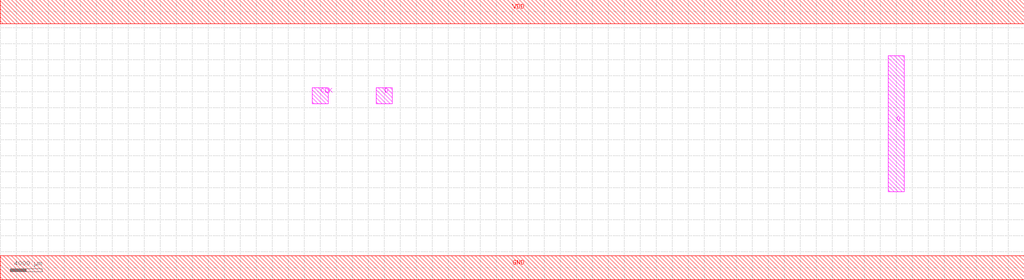
<source format=lef>
# LEF file generated by lefgen from LibreSilicon version 0.1
#

VERSION 5.4 ;
NAMESCASESENSITIVE ON ;
BUSBITCHARS "[]" ;
DIVIDERCHAR "/" ;
UNITS
  DATABASE MICRONS 1000 ;
END UNITS

USEMINSPACING OBS ON ;
USEMINSPACING PIN OFF ;
CLEARANCEMEASURE EUCLIDEAN ;


MANUFACTURINGGRID 0.15 ;

LAYER nwell
  TYPE	MASTERSLICE ;
END nwell

LAYER nactive
  TYPE	MASTERSLICE ;
END nactive

LAYER pactive
  TYPE	MASTERSLICE ;
END pactive

LAYER poly
  TYPE	MASTERSLICE ;
END poly

LAYER cc
  TYPE	CUT ;
  SPACING	0.9 ;
END cc

LAYER metal1
  TYPE		ROUTING ;
  DIRECTION	HORIZONTAL ;
  PITCH		3  ;
  OFFSET	1.5 ;
  WIDTH		0.9 ;
  SPACING	0.9 ;
  RESISTANCE	RPERSQ 0.09 ;
  CAPACITANCE	CPERSQDIST 3.2e-05 ;
END metal1

LAYER via
  TYPE	CUT ;
  SPACING	0.9 ;
END via

LAYER metal2
  TYPE		ROUTING ;
  DIRECTION	VERTICAL ;
  PITCH		2.4  ;
  OFFSET	1.2 ;
  WIDTH		0.9 ;
  SPACING	0.9 ;
  RESISTANCE	RPERSQ 0.09 ;
  CAPACITANCE	CPERSQDIST 1.6e-05 ;
END metal2

LAYER via2
  TYPE	CUT ;
  SPACING	0.9 ;
END via2

LAYER metal3
  TYPE		ROUTING ;
  DIRECTION	HORIZONTAL ;
  PITCH		3  ;
  OFFSET	1.5 ;
  WIDTH		1.5 ;
  SPACING	0.9 ;
  RESISTANCE	RPERSQ 0.05 ;
  CAPACITANCE	CPERSQDIST 1e-05 ;
END metal3

SPACING
  SAMENET cc  via	0.150 ;
  SAMENET via  via2	0.150 ;
END SPACING

VIA M2_M1 DEFAULT
  LAYER metal1 ;
    RECT -0.600 -0.600 0.600 0.600 ;
  LAYER via ;
    RECT -0.300 -0.300 0.300 0.300 ;
  LAYER metal2 ;
    RECT -0.600 -0.600 0.600 0.600 ;
END M2_M1

VIA M3_M2 DEFAULT
  LAYER metal2 ;
    RECT -0.600 -0.600 0.600 0.600 ;
  LAYER via2 ;
    RECT -0.300 -0.300 0.300 0.300 ;
  LAYER metal3 ;
    RECT -0.900 -0.900 0.900 0.900 ;
END M3_M2


VIARULE viagen21 GENERATE
  LAYER metal1 ;
    DIRECTION HORIZONTAL ;
    WIDTH 1.2 TO 120 ;
    OVERHANG 0.3 ;
    METALOVERHANG 0 ;
  LAYER metal2 ;
    DIRECTION VERTICAL ;
    WIDTH 1.2 TO 120 ;
    OVERHANG 0.3 ;
    METALOVERHANG 0 ;
  LAYER via ;
    RECT -0.3 -0.3 0.3 0.3 ;
    SPACING 1.5 BY 1.5 ;
END viagen21

VIARULE viagen32 GENERATE
  LAYER metal3 ;
    DIRECTION HORIZONTAL ;
    WIDTH 1.8 TO 180 ;
    OVERHANG 0.6 ;
    METALOVERHANG 0 ;
  LAYER metal2 ;
    DIRECTION VERTICAL ;
    WIDTH 1.2 TO 120 ;
    OVERHANG 0.6 ;
    METALOVERHANG 0 ;
  LAYER via2 ;
    RECT -0.3 -0.3 0.3 0.3 ;
    SPACING 2.1 BY 2.1 ;
END viagen32

VIARULE TURN1 GENERATE
  LAYER metal1 ;
    DIRECTION HORIZONTAL ;
  LAYER metal1 ;
    DIRECTION VERTICAL ;
END TURN1

VIARULE TURN2 GENERATE
  LAYER metal2 ;
    DIRECTION HORIZONTAL ;
  LAYER metal2 ;
    DIRECTION VERTICAL ;
END TURN2

VIARULE TURN3 GENERATE
  LAYER metal3 ;
    DIRECTION HORIZONTAL ;
  LAYER metal3 ;
    DIRECTION VERTICAL ;
END TURN3

SITE  corner
    CLASS	PAD ;
    SYMMETRY	R90 Y ;
    SIZE	300.000 BY 300.000 ;
END  corner

SITE  IO
    CLASS	PAD ;
    SYMMETRY	Y ;
    SIZE	90.000 BY 300.000 ;
END  IO

SITE  core
    CLASS	CORE ;
    SYMMETRY	Y ;
    SIZE	2.400 BY 30.000 ;
END  core

MACRO AND2X1
 CLASS CORE ;
 ORIGIN 0 0 ;
 FOREIGN AND2X1 0 0 ;
 SITE CORE ;
 SYMMETRY X Y R90 ;
  PIN VDD
   DIRECTION INOUT ;
   USE SIGNAL ;
   SHAPE ABUTMENT ;
    PORT
     CLASS CORE ;
       LAYER metal1 ;
        RECT 0.00000000 30500.00000000 32000.00000000 33500.00000000 ;
    END
  END VDD

  PIN GND
   DIRECTION INOUT ;
   USE SIGNAL ;
   SHAPE ABUTMENT ;
    PORT
     CLASS CORE ;
       LAYER metal1 ;
        RECT 0.00000000 -1500.00000000 32000.00000000 1500.00000000 ;
    END
  END GND

  PIN A
   DIRECTION INOUT ;
   USE SIGNAL ;
   SHAPE ABUTMENT ;
    PORT
     CLASS CORE ;
       LAYER metal2 ;
        RECT 7000.00000000 9500.00000000 9000.00000000 11500.00000000 ;
    END
  END A

  PIN B
   DIRECTION INOUT ;
   USE SIGNAL ;
   SHAPE ABUTMENT ;
    PORT
     CLASS CORE ;
       LAYER metal2 ;
        RECT 15000.00000000 9500.00000000 17000.00000000 11500.00000000 ;
    END
  END B

  PIN Y
   DIRECTION INOUT ;
   USE SIGNAL ;
   SHAPE ABUTMENT ;
    PORT
     CLASS CORE ;
       LAYER metal2 ;
        RECT 27000.00000000 8500.00000000 29000.00000000 10500.00000000 ;
    END
  END Y


END AND2X1

MACRO AND2X2
 CLASS CORE ;
 ORIGIN 0 0 ;
 FOREIGN AND2X2 0 0 ;
 SITE CORE ;
 SYMMETRY X Y R90 ;
  PIN VDD
   DIRECTION INOUT ;
   USE SIGNAL ;
   SHAPE ABUTMENT ;
    PORT
     CLASS CORE ;
       LAYER metal1 ;
        RECT 0.00000000 30500.00000000 32000.00000000 33500.00000000 ;
    END
  END VDD

  PIN GND
   DIRECTION INOUT ;
   USE SIGNAL ;
   SHAPE ABUTMENT ;
    PORT
     CLASS CORE ;
       LAYER metal1 ;
        RECT 0.00000000 -1500.00000000 32000.00000000 1500.00000000 ;
    END
  END GND

  PIN A
   DIRECTION INOUT ;
   USE SIGNAL ;
   SHAPE ABUTMENT ;
    PORT
     CLASS CORE ;
       LAYER metal2 ;
        RECT 7000.00000000 9500.00000000 9000.00000000 11500.00000000 ;
    END
  END A

  PIN B
   DIRECTION INOUT ;
   USE SIGNAL ;
   SHAPE ABUTMENT ;
    PORT
     CLASS CORE ;
       LAYER metal2 ;
        RECT 15000.00000000 9500.00000000 17000.00000000 11500.00000000 ;
    END
  END B

  PIN Y
   DIRECTION INOUT ;
   USE SIGNAL ;
   SHAPE ABUTMENT ;
    PORT
     CLASS CORE ;
       LAYER metal2 ;
        RECT 27000.00000000 8500.00000000 29000.00000000 10500.00000000 ;
    END
  END Y


END AND2X2

MACRO AND4
 CLASS CORE ;
 ORIGIN 0 0 ;
 FOREIGN AND4 0 0 ;
 SITE CORE ;
 SYMMETRY X Y R90 ;
  PIN VDD
   DIRECTION INOUT ;
   USE SIGNAL ;
   SHAPE ABUTMENT ;
    PORT
     CLASS CORE ;
       LAYER metal1 ;
        RECT 0.00000000 30500.00000000 48000.00000000 33500.00000000 ;
    END
  END VDD

  PIN GND
   DIRECTION INOUT ;
   USE SIGNAL ;
   SHAPE ABUTMENT ;
    PORT
     CLASS CORE ;
       LAYER metal1 ;
        RECT 0.00000000 -1500.00000000 48000.00000000 1500.00000000 ;
    END
  END GND

  PIN A
   DIRECTION INOUT ;
   USE SIGNAL ;
   SHAPE ABUTMENT ;
    PORT
     CLASS CORE ;
       LAYER metal2 ;
        RECT 7000.00000000 9500.00000000 9000.00000000 11500.00000000 ;
    END
  END A

  PIN B
   DIRECTION INOUT ;
   USE SIGNAL ;
   SHAPE ABUTMENT ;
    PORT
     CLASS CORE ;
       LAYER metal2 ;
        RECT 15000.00000000 9500.00000000 17000.00000000 11500.00000000 ;
    END
  END B

  PIN C
   DIRECTION INOUT ;
   USE SIGNAL ;
   SHAPE ABUTMENT ;
    PORT
     CLASS CORE ;
       LAYER metal2 ;
        RECT 23000.00000000 9500.00000000 25000.00000000 11500.00000000 ;
    END
  END C

  PIN D
   DIRECTION INOUT ;
   USE SIGNAL ;
   SHAPE ABUTMENT ;
    PORT
     CLASS CORE ;
       LAYER metal2 ;
        RECT 31000.00000000 9500.00000000 33000.00000000 11500.00000000 ;
    END
  END D

  PIN Z
   DIRECTION INOUT ;
   USE SIGNAL ;
   SHAPE ABUTMENT ;
    PORT
     CLASS CORE ;
       LAYER metal2 ;
        RECT 43000.00000000 8500.00000000 45000.00000000 10500.00000000 ;
    END
  END Z


END AND4

MACRO AOI21
 CLASS CORE ;
 ORIGIN 0 0 ;
 FOREIGN AOI21 0 0 ;
 SITE CORE ;
 SYMMETRY X Y R90 ;
  PIN VDD
   DIRECTION INOUT ;
   USE SIGNAL ;
   SHAPE ABUTMENT ;
    PORT
     CLASS CORE ;
       LAYER metal1 ;
        RECT 0.00000000 30500.00000000 24000.00000000 33500.00000000 ;
    END
  END VDD

  PIN GND
   DIRECTION INOUT ;
   USE SIGNAL ;
   SHAPE ABUTMENT ;
    PORT
     CLASS CORE ;
       LAYER metal1 ;
        RECT 0.00000000 -1500.00000000 24000.00000000 1500.00000000 ;
    END
  END GND

  PIN A1
   DIRECTION INOUT ;
   USE SIGNAL ;
   SHAPE ABUTMENT ;
    PORT
     CLASS CORE ;
       LAYER metal2 ;
        RECT 7000.00000000 9500.00000000 9000.00000000 11500.00000000 ;
    END
  END A1

  PIN A
   DIRECTION INOUT ;
   USE SIGNAL ;
   SHAPE ABUTMENT ;
    PORT
     CLASS CORE ;
       LAYER metal2 ;
        RECT 15000.00000000 9500.00000000 17000.00000000 11500.00000000 ;
    END
  END A

  PIN Y
   DIRECTION INOUT ;
   USE SIGNAL ;
   SHAPE ABUTMENT ;
    PORT
     CLASS CORE ;
       LAYER metal2 ;
        RECT 3000.00000000 20500.00000000 5000.00000000 22500.00000000 ;
    END
  END Y


END AOI21

MACRO AOI21X1
 CLASS CORE ;
 ORIGIN 0 0 ;
 FOREIGN AOI21X1 0 0 ;
 SITE CORE ;
 SYMMETRY X Y R90 ;
  PIN VDD
   DIRECTION INOUT ;
   USE SIGNAL ;
   SHAPE ABUTMENT ;
    PORT
     CLASS CORE ;
       LAYER metal1 ;
        RECT 0.00000000 30500.00000000 32000.00000000 33500.00000000 ;
    END
  END VDD

  PIN GND
   DIRECTION INOUT ;
   USE SIGNAL ;
   SHAPE ABUTMENT ;
    PORT
     CLASS CORE ;
       LAYER metal1 ;
        RECT 0.00000000 -1500.00000000 32000.00000000 1500.00000000 ;
    END
  END GND

  PIN B
   DIRECTION INOUT ;
   USE SIGNAL ;
   SHAPE ABUTMENT ;
    PORT
     CLASS CORE ;
       LAYER metal2 ;
        RECT 7000.00000000 13500.00000000 9000.00000000 15500.00000000 ;
    END
  END B

  PIN A
   DIRECTION INOUT ;
   USE SIGNAL ;
   SHAPE ABUTMENT ;
    PORT
     CLASS CORE ;
       LAYER metal2 ;
        RECT 15000.00000000 13500.00000000 17000.00000000 15500.00000000 ;
    END
  END A

  PIN C
   DIRECTION INOUT ;
   USE SIGNAL ;
   SHAPE ABUTMENT ;
    PORT
     CLASS CORE ;
       LAYER metal2 ;
        RECT 23000.00000000 20500.00000000 25000.00000000 22500.00000000 ;
    END
  END C

  PIN Y
   DIRECTION INOUT ;
   USE SIGNAL ;
   SHAPE ABUTMENT ;
    PORT
     CLASS CORE ;
       LAYER metal2 ;
        RECT 3000.00000000 8500.00000000 5000.00000000 10500.00000000 ;
    END
  END Y


END AOI21X1

MACRO AOI22X1
 CLASS CORE ;
 ORIGIN 0 0 ;
 FOREIGN AOI22X1 0 0 ;
 SITE CORE ;
 SYMMETRY X Y R90 ;
  PIN VDD
   DIRECTION INOUT ;
   USE SIGNAL ;
   SHAPE ABUTMENT ;
    PORT
     CLASS CORE ;
       LAYER metal1 ;
        RECT 0.00000000 30500.00000000 40000.00000000 33500.00000000 ;
    END
  END VDD

  PIN GND
   DIRECTION INOUT ;
   USE SIGNAL ;
   SHAPE ABUTMENT ;
    PORT
     CLASS CORE ;
       LAYER metal1 ;
        RECT 0.00000000 -1500.00000000 40000.00000000 1500.00000000 ;
    END
  END GND

  PIN B
   DIRECTION INOUT ;
   USE SIGNAL ;
   SHAPE ABUTMENT ;
    PORT
     CLASS CORE ;
       LAYER metal2 ;
        RECT 7000.00000000 13500.00000000 9000.00000000 15500.00000000 ;
    END
  END B

  PIN A
   DIRECTION INOUT ;
   USE SIGNAL ;
   SHAPE ABUTMENT ;
    PORT
     CLASS CORE ;
       LAYER metal2 ;
        RECT 15000.00000000 13500.00000000 17000.00000000 15500.00000000 ;
    END
  END A

  PIN C
   DIRECTION INOUT ;
   USE SIGNAL ;
   SHAPE ABUTMENT ;
    PORT
     CLASS CORE ;
       LAYER metal2 ;
        RECT 23000.00000000 13500.00000000 25000.00000000 15500.00000000 ;
    END
  END C

  PIN D
   DIRECTION INOUT ;
   USE SIGNAL ;
   SHAPE ABUTMENT ;
    PORT
     CLASS CORE ;
       LAYER metal2 ;
        RECT 31000.00000000 9500.00000000 33000.00000000 11500.00000000 ;
    END
  END D

  PIN Y
   DIRECTION INOUT ;
   USE SIGNAL ;
   SHAPE ABUTMENT ;
    PORT
     CLASS CORE ;
       LAYER metal2 ;
        RECT 3000.00000000 8500.00000000 5000.00000000 10500.00000000 ;
    END
  END Y


END AOI22X1

MACRO AOI31
 CLASS CORE ;
 ORIGIN 0 0 ;
 FOREIGN AOI31 0 0 ;
 SITE CORE ;
 SYMMETRY X Y R90 ;
  PIN VDD
   DIRECTION INOUT ;
   USE SIGNAL ;
   SHAPE ABUTMENT ;
    PORT
     CLASS CORE ;
       LAYER metal1 ;
        RECT 0.00000000 30500.00000000 40000.00000000 33500.00000000 ;
    END
  END VDD

  PIN GND
   DIRECTION INOUT ;
   USE SIGNAL ;
   SHAPE ABUTMENT ;
    PORT
     CLASS CORE ;
       LAYER metal1 ;
        RECT 0.00000000 -1500.00000000 40000.00000000 1500.00000000 ;
    END
  END GND

  PIN A
   DIRECTION INOUT ;
   USE SIGNAL ;
   SHAPE ABUTMENT ;
    PORT
     CLASS CORE ;
       LAYER metal2 ;
        RECT 7000.00000000 20500.00000000 9000.00000000 22500.00000000 ;
    END
  END A

  PIN B2
   DIRECTION INOUT ;
   USE SIGNAL ;
   SHAPE ABUTMENT ;
    PORT
     CLASS CORE ;
       LAYER metal2 ;
        RECT 15000.00000000 13500.00000000 17000.00000000 15500.00000000 ;
    END
  END B2

  PIN B1
   DIRECTION INOUT ;
   USE SIGNAL ;
   SHAPE ABUTMENT ;
    PORT
     CLASS CORE ;
       LAYER metal2 ;
        RECT 23000.00000000 13500.00000000 25000.00000000 15500.00000000 ;
    END
  END B1

  PIN B
   DIRECTION INOUT ;
   USE SIGNAL ;
   SHAPE ABUTMENT ;
    PORT
     CLASS CORE ;
       LAYER metal2 ;
        RECT 31000.00000000 20500.00000000 33000.00000000 22500.00000000 ;
    END
  END B

  PIN Y
   DIRECTION INOUT ;
   USE SIGNAL ;
   SHAPE ABUTMENT ;
    PORT
     CLASS CORE ;
       LAYER metal2 ;
        RECT 3000.00000000 8500.00000000 5000.00000000 10500.00000000 ;
    END
  END Y


END AOI31

MACRO BUFX2
 CLASS CORE ;
 ORIGIN 0 0 ;
 FOREIGN BUFX2 0 0 ;
 SITE CORE ;
 SYMMETRY X Y R90 ;
  PIN VDD
   DIRECTION INOUT ;
   USE SIGNAL ;
   SHAPE ABUTMENT ;
    PORT
     CLASS CORE ;
       LAYER metal1 ;
        RECT 0.00000000 30500.00000000 24000.00000000 33500.00000000 ;
    END
  END VDD

  PIN GND
   DIRECTION INOUT ;
   USE SIGNAL ;
   SHAPE ABUTMENT ;
    PORT
     CLASS CORE ;
       LAYER metal1 ;
        RECT 0.00000000 -1500.00000000 24000.00000000 1500.00000000 ;
    END
  END GND

  PIN A
   DIRECTION INOUT ;
   USE SIGNAL ;
   SHAPE ABUTMENT ;
    PORT
     CLASS CORE ;
       LAYER metal2 ;
        RECT 7000.00000000 13500.00000000 9000.00000000 15500.00000000 ;
    END
  END A

  PIN Y
   DIRECTION INOUT ;
   USE SIGNAL ;
   SHAPE ABUTMENT ;
    PORT
     CLASS CORE ;
       LAYER metal2 ;
        RECT 19000.00000000 8500.00000000 21000.00000000 10500.00000000 ;
    END
  END Y


END BUFX2

MACRO BUFX4
 CLASS CORE ;
 ORIGIN 0 0 ;
 FOREIGN BUFX4 0 0 ;
 SITE CORE ;
 SYMMETRY X Y R90 ;
  PIN VDD
   DIRECTION INOUT ;
   USE SIGNAL ;
   SHAPE ABUTMENT ;
    PORT
     CLASS CORE ;
       LAYER metal1 ;
        RECT 0.00000000 30500.00000000 32000.00000000 33500.00000000 ;
    END
  END VDD

  PIN GND
   DIRECTION INOUT ;
   USE SIGNAL ;
   SHAPE ABUTMENT ;
    PORT
     CLASS CORE ;
       LAYER metal1 ;
        RECT 0.00000000 -1500.00000000 32000.00000000 1500.00000000 ;
    END
  END GND

  PIN A
   DIRECTION INOUT ;
   USE SIGNAL ;
   SHAPE ABUTMENT ;
    PORT
     CLASS CORE ;
       LAYER metal2 ;
        RECT 7000.00000000 13500.00000000 9000.00000000 15500.00000000 ;
    END
  END A

  PIN Y
   DIRECTION INOUT ;
   USE SIGNAL ;
   SHAPE ABUTMENT ;
    PORT
     CLASS CORE ;
       LAYER metal2 ;
        RECT 19000.00000000 9500.00000000 21000.00000000 23500.00000000 ;
    END
  END Y


END BUFX4

MACRO CLKBUF1
 CLASS CORE ;
 ORIGIN 0 0 ;
 FOREIGN CLKBUF1 0 0 ;
 SITE CORE ;
 SYMMETRY X Y R90 ;
  PIN VDD
   DIRECTION INOUT ;
   USE SIGNAL ;
   SHAPE ABUTMENT ;
    PORT
     CLASS CORE ;
       LAYER metal1 ;
        RECT 0.00000000 30500.00000000 72000.00000000 33500.00000000 ;
    END
  END VDD

  PIN GND
   DIRECTION INOUT ;
   USE SIGNAL ;
   SHAPE ABUTMENT ;
    PORT
     CLASS CORE ;
       LAYER metal1 ;
        RECT 0.00000000 -1500.00000000 72000.00000000 1500.00000000 ;
    END
  END GND

  PIN A
   DIRECTION INOUT ;
   USE SIGNAL ;
   SHAPE ABUTMENT ;
    PORT
     CLASS CORE ;
       LAYER metal2 ;
        RECT 7000.00000000 13500.00000000 9000.00000000 15500.00000000 ;
    END
  END A

  PIN Y
   DIRECTION INOUT ;
   USE SIGNAL ;
   SHAPE ABUTMENT ;
    PORT
     CLASS CORE ;
       LAYER metal2 ;
        RECT 59000.00000000 8500.00000000 61000.00000000 18500.00000000 ;
    END
  END Y


END CLKBUF1

MACRO CLKBUF2
 CLASS CORE ;
 ORIGIN 0 0 ;
 FOREIGN CLKBUF2 0 0 ;
 SITE CORE ;
 SYMMETRY X Y R90 ;
  PIN VDD
   DIRECTION INOUT ;
   USE SIGNAL ;
   SHAPE ABUTMENT ;
    PORT
     CLASS CORE ;
       LAYER metal1 ;
        RECT 0.00000000 30500.00000000 104000.00000000 33500.00000000 ;
    END
  END VDD

  PIN GND
   DIRECTION INOUT ;
   USE SIGNAL ;
   SHAPE ABUTMENT ;
    PORT
     CLASS CORE ;
       LAYER metal1 ;
        RECT 0.00000000 -1500.00000000 104000.00000000 1500.00000000 ;
    END
  END GND

  PIN A
   DIRECTION INOUT ;
   USE SIGNAL ;
   SHAPE ABUTMENT ;
    PORT
     CLASS CORE ;
       LAYER metal2 ;
        RECT 7000.00000000 13500.00000000 9000.00000000 15500.00000000 ;
    END
  END A

  PIN Y
   DIRECTION INOUT ;
   USE SIGNAL ;
   SHAPE ABUTMENT ;
    PORT
     CLASS CORE ;
       LAYER metal2 ;
        RECT 91000.00000000 8500.00000000 93000.00000000 18500.00000000 ;
    END
  END Y


END CLKBUF2

MACRO DFFNEGX1
 CLASS CORE ;
 ORIGIN 0 0 ;
 FOREIGN DFFNEGX1 0 0 ;
 SITE CORE ;
 SYMMETRY X Y R90 ;
  PIN VDD
   DIRECTION INOUT ;
   USE SIGNAL ;
   SHAPE ABUTMENT ;
    PORT
     CLASS CORE ;
       LAYER metal1 ;
        RECT 0.00000000 30500.00000000 120000.00000000 33500.00000000 ;
    END
  END VDD

  PIN GND
   DIRECTION INOUT ;
   USE SIGNAL ;
   SHAPE ABUTMENT ;
    PORT
     CLASS CORE ;
       LAYER metal1 ;
        RECT 0.00000000 -1500.00000000 120000.00000000 1500.00000000 ;
    END
  END GND

  PIN D
   DIRECTION INOUT ;
   USE SIGNAL ;
   SHAPE ABUTMENT ;
    PORT
     CLASS CORE ;
       LAYER metal2 ;
        RECT 47000.00000000 9500.00000000 49000.00000000 11500.00000000 ;
    END
  END D

  PIN CLK
   DIRECTION INOUT ;
   USE SIGNAL ;
   SHAPE ABUTMENT ;
    PORT
     CLASS CORE ;
       LAYER metal2 ;
        RECT 39000.00000000 9500.00000000 41000.00000000 11500.00000000 ;
    END
  END CLK

  PIN Q
   DIRECTION INOUT ;
   USE SIGNAL ;
   SHAPE ABUTMENT ;
    PORT
     CLASS CORE ;
       LAYER metal2 ;
        RECT 103000.00000000 5500.00000000 105000.00000000 22500.00000000 ;
    END
  END Q


END DFFNEGX1

MACRO DFFPOSX1
 CLASS CORE ;
 ORIGIN 0 0 ;
 FOREIGN DFFPOSX1 0 0 ;
 SITE CORE ;
 SYMMETRY X Y R90 ;
  PIN VDD
   DIRECTION INOUT ;
   USE SIGNAL ;
   SHAPE ABUTMENT ;
    PORT
     CLASS CORE ;
       LAYER metal1 ;
        RECT 0.00000000 30500.00000000 128000.00000000 33500.00000000 ;
    END
  END VDD

  PIN GND
   DIRECTION INOUT ;
   USE SIGNAL ;
   SHAPE ABUTMENT ;
    PORT
     CLASS CORE ;
       LAYER metal1 ;
        RECT 0.00000000 -1500.00000000 128000.00000000 1500.00000000 ;
    END
  END GND

  PIN D
   DIRECTION INOUT ;
   USE SIGNAL ;
   SHAPE ABUTMENT ;
    PORT
     CLASS CORE ;
       LAYER metal2 ;
        RECT 47000.00000000 20500.00000000 49000.00000000 22500.00000000 ;
    END
  END D

  PIN CLK
   DIRECTION INOUT ;
   USE SIGNAL ;
   SHAPE ABUTMENT ;
    PORT
     CLASS CORE ;
       LAYER metal2 ;
        RECT 39000.00000000 20500.00000000 41000.00000000 22500.00000000 ;
    END
  END CLK

  PIN Q
   DIRECTION INOUT ;
   USE SIGNAL ;
   SHAPE ABUTMENT ;
    PORT
     CLASS CORE ;
       LAYER metal2 ;
        RECT 111000.00000000 9500.00000000 113000.00000000 26500.00000000 ;
    END
  END Q


END DFFPOSX1

MACRO HAX1
 CLASS CORE ;
 ORIGIN 0 0 ;
 FOREIGN HAX1 0 0 ;
 SITE CORE ;
 SYMMETRY X Y R90 ;
  PIN VDD
   DIRECTION INOUT ;
   USE SIGNAL ;
   SHAPE ABUTMENT ;
    PORT
     CLASS CORE ;
       LAYER metal1 ;
        RECT 0.00000000 30500.00000000 88000.00000000 33500.00000000 ;
    END
  END VDD

  PIN GND
   DIRECTION INOUT ;
   USE SIGNAL ;
   SHAPE ABUTMENT ;
    PORT
     CLASS CORE ;
       LAYER metal1 ;
        RECT 0.00000000 -1500.00000000 88000.00000000 1500.00000000 ;
    END
  END GND

  PIN B
   DIRECTION INOUT ;
   USE SIGNAL ;
   SHAPE ABUTMENT ;
    PORT
     CLASS CORE ;
       LAYER metal2 ;
        RECT 23000.00000000 12500.00000000 25000.00000000 14500.00000000 ;
    END
  END B

  PIN A
   DIRECTION INOUT ;
   USE SIGNAL ;
   SHAPE ABUTMENT ;
    PORT
     CLASS CORE ;
       LAYER metal2 ;
        RECT 31000.00000000 16500.00000000 65000.00000000 18500.00000000 ;
    END
  END A

  PIN YC
   DIRECTION INOUT ;
   USE SIGNAL ;
   SHAPE ABUTMENT ;
    PORT
     CLASS CORE ;
       LAYER metal2 ;
        RECT 3000.00000000 8500.00000000 5000.00000000 10500.00000000 ;
    END
  END YC

  PIN YS
   DIRECTION INOUT ;
   USE SIGNAL ;
   SHAPE ABUTMENT ;
    PORT
     CLASS CORE ;
       LAYER metal2 ;
        RECT 71000.00000000 16500.00000000 73000.00000000 26500.00000000 ;
    END
  END YS


END HAX1

MACRO INV
 CLASS CORE ;
 ORIGIN 0 0 ;
 FOREIGN INV 0 0 ;
 SITE CORE ;
 SYMMETRY X Y R90 ;
  PIN VDD
   DIRECTION INOUT ;
   USE SIGNAL ;
   SHAPE ABUTMENT ;
    PORT
     CLASS CORE ;
       LAYER metal1 ;
        RECT 0.00000000 30500.00000000 16000.00000000 33500.00000000 ;
    END
  END VDD

  PIN GND
   DIRECTION INOUT ;
   USE SIGNAL ;
   SHAPE ABUTMENT ;
    PORT
     CLASS CORE ;
       LAYER metal1 ;
        RECT 0.00000000 -1500.00000000 16000.00000000 1500.00000000 ;
    END
  END GND

  PIN A
   DIRECTION INOUT ;
   USE SIGNAL ;
   SHAPE ABUTMENT ;
    PORT
     CLASS CORE ;
       LAYER metal2 ;
        RECT 7000.00000000 9500.00000000 9000.00000000 11500.00000000 ;
    END
  END A

  PIN Y
   DIRECTION INOUT ;
   USE SIGNAL ;
   SHAPE ABUTMENT ;
    PORT
     CLASS CORE ;
       LAYER metal2 ;
        RECT 11000.00000000 8500.00000000 13000.00000000 10500.00000000 ;
    END
  END Y


END INV

MACRO INVX1
 CLASS CORE ;
 ORIGIN 0 0 ;
 FOREIGN INVX1 0 0 ;
 SITE CORE ;
 SYMMETRY X Y R90 ;
  PIN VDD
   DIRECTION INOUT ;
   USE SIGNAL ;
   SHAPE ABUTMENT ;
    PORT
     CLASS CORE ;
       LAYER metal1 ;
        RECT 0.00000000 30500.00000000 16000.00000000 33500.00000000 ;
    END
  END VDD

  PIN GND
   DIRECTION INOUT ;
   USE SIGNAL ;
   SHAPE ABUTMENT ;
    PORT
     CLASS CORE ;
       LAYER metal1 ;
        RECT 0.00000000 -1500.00000000 16000.00000000 1500.00000000 ;
    END
  END GND

  PIN A
   DIRECTION INOUT ;
   USE SIGNAL ;
   SHAPE ABUTMENT ;
    PORT
     CLASS CORE ;
       LAYER metal2 ;
        RECT 7000.00000000 9500.00000000 9000.00000000 11500.00000000 ;
    END
  END A

  PIN Y
   DIRECTION INOUT ;
   USE SIGNAL ;
   SHAPE ABUTMENT ;
    PORT
     CLASS CORE ;
       LAYER metal2 ;
        RECT 11000.00000000 8500.00000000 13000.00000000 10500.00000000 ;
    END
  END Y


END INVX1

MACRO INVX2
 CLASS CORE ;
 ORIGIN 0 0 ;
 FOREIGN INVX2 0 0 ;
 SITE CORE ;
 SYMMETRY X Y R90 ;
  PIN VDD
   DIRECTION INOUT ;
   USE SIGNAL ;
   SHAPE ABUTMENT ;
    PORT
     CLASS CORE ;
       LAYER metal1 ;
        RECT 0.00000000 30500.00000000 16000.00000000 33500.00000000 ;
    END
  END VDD

  PIN GND
   DIRECTION INOUT ;
   USE SIGNAL ;
   SHAPE ABUTMENT ;
    PORT
     CLASS CORE ;
       LAYER metal1 ;
        RECT 0.00000000 -1500.00000000 16000.00000000 1500.00000000 ;
    END
  END GND

  PIN A
   DIRECTION INOUT ;
   USE SIGNAL ;
   SHAPE ABUTMENT ;
    PORT
     CLASS CORE ;
       LAYER metal2 ;
        RECT 7000.00000000 9500.00000000 9000.00000000 11500.00000000 ;
    END
  END A

  PIN Y
   DIRECTION INOUT ;
   USE SIGNAL ;
   SHAPE ABUTMENT ;
    PORT
     CLASS CORE ;
       LAYER metal2 ;
        RECT 11000.00000000 8500.00000000 13000.00000000 10500.00000000 ;
    END
  END Y


END INVX2

MACRO INVX4
 CLASS CORE ;
 ORIGIN 0 0 ;
 FOREIGN INVX4 0 0 ;
 SITE CORE ;
 SYMMETRY X Y R90 ;
  PIN VDD
   DIRECTION INOUT ;
   USE SIGNAL ;
   SHAPE ABUTMENT ;
    PORT
     CLASS CORE ;
       LAYER metal1 ;
        RECT 0.00000000 30500.00000000 24000.00000000 33500.00000000 ;
    END
  END VDD

  PIN GND
   DIRECTION INOUT ;
   USE SIGNAL ;
   SHAPE ABUTMENT ;
    PORT
     CLASS CORE ;
       LAYER metal1 ;
        RECT 0.00000000 -1500.00000000 24000.00000000 1500.00000000 ;
    END
  END GND

  PIN A
   DIRECTION INOUT ;
   USE SIGNAL ;
   SHAPE ABUTMENT ;
    PORT
     CLASS CORE ;
       LAYER metal2 ;
        RECT 7000.00000000 20500.00000000 9000.00000000 22500.00000000 ;
    END
  END A

  PIN Y
   DIRECTION INOUT ;
   USE SIGNAL ;
   SHAPE ABUTMENT ;
    PORT
     CLASS CORE ;
       LAYER metal2 ;
        RECT 3000.00000000 8500.00000000 5000.00000000 10500.00000000 ;
    END
  END Y


END INVX4

MACRO INVX8
 CLASS CORE ;
 ORIGIN 0 0 ;
 FOREIGN INVX8 0 0 ;
 SITE CORE ;
 SYMMETRY X Y R90 ;
  PIN VDD
   DIRECTION INOUT ;
   USE SIGNAL ;
   SHAPE ABUTMENT ;
    PORT
     CLASS CORE ;
       LAYER metal1 ;
        RECT 0.00000000 30500.00000000 40000.00000000 33500.00000000 ;
    END
  END VDD

  PIN GND
   DIRECTION INOUT ;
   USE SIGNAL ;
   SHAPE ABUTMENT ;
    PORT
     CLASS CORE ;
       LAYER metal1 ;
        RECT 0.00000000 -1500.00000000 40000.00000000 1500.00000000 ;
    END
  END GND

  PIN A
   DIRECTION INOUT ;
   USE SIGNAL ;
   SHAPE ABUTMENT ;
    PORT
     CLASS CORE ;
       LAYER metal2 ;
        RECT 15000.00000000 9500.00000000 25000.00000000 11500.00000000 ;
    END
  END A

  PIN Y
   DIRECTION INOUT ;
   USE SIGNAL ;
   SHAPE ABUTMENT ;
    PORT
     CLASS CORE ;
       LAYER metal2 ;
        RECT 3000.00000000 8500.00000000 5000.00000000 10500.00000000 ;
    END
  END Y


END INVX8

MACRO LATCH
 CLASS CORE ;
 ORIGIN 0 0 ;
 FOREIGN LATCH 0 0 ;
 SITE CORE ;
 SYMMETRY X Y R90 ;
  PIN VDD
   DIRECTION INOUT ;
   USE SIGNAL ;
   SHAPE ABUTMENT ;
    PORT
     CLASS CORE ;
       LAYER metal1 ;
        RECT 0.00000000 30500.00000000 56000.00000000 33500.00000000 ;
    END
  END VDD

  PIN GND
   DIRECTION INOUT ;
   USE SIGNAL ;
   SHAPE ABUTMENT ;
    PORT
     CLASS CORE ;
       LAYER metal1 ;
        RECT 0.00000000 -1500.00000000 56000.00000000 1500.00000000 ;
    END
  END GND

  PIN CLK
   DIRECTION INOUT ;
   USE SIGNAL ;
   SHAPE ABUTMENT ;
    PORT
     CLASS CORE ;
       LAYER metal2 ;
        RECT 27000.00000000 9500.00000000 29000.00000000 19500.00000000 ;
    END
  END CLK

  PIN D
   DIRECTION INOUT ;
   USE SIGNAL ;
   SHAPE ABUTMENT ;
    PORT
     CLASS CORE ;
       LAYER metal2 ;
        RECT 15000.00000000 13500.00000000 17000.00000000 15500.00000000 ;
    END
  END D

  PIN Q
   DIRECTION INOUT ;
   USE SIGNAL ;
   SHAPE ABUTMENT ;
    PORT
     CLASS CORE ;
       LAYER metal2 ;
        RECT 39000.00000000 13500.00000000 41000.00000000 15500.00000000 ;
    END
  END Q


END LATCH

MACRO MUX2X1
 CLASS CORE ;
 ORIGIN 0 0 ;
 FOREIGN MUX2X1 0 0 ;
 SITE CORE ;
 SYMMETRY X Y R90 ;
  PIN VDD
   DIRECTION INOUT ;
   USE SIGNAL ;
   SHAPE ABUTMENT ;
    PORT
     CLASS CORE ;
       LAYER metal1 ;
        RECT 0.00000000 30500.00000000 48000.00000000 33500.00000000 ;
    END
  END VDD

  PIN GND
   DIRECTION INOUT ;
   USE SIGNAL ;
   SHAPE ABUTMENT ;
    PORT
     CLASS CORE ;
       LAYER metal1 ;
        RECT 0.00000000 -1500.00000000 48000.00000000 1500.00000000 ;
    END
  END GND

  PIN S
   DIRECTION INOUT ;
   USE SIGNAL ;
   SHAPE ABUTMENT ;
    PORT
     CLASS CORE ;
       LAYER metal2 ;
        RECT 27000.00000000 12500.00000000 29000.00000000 22500.00000000 ;
    END
  END S

  PIN B
   DIRECTION INOUT ;
   USE SIGNAL ;
   SHAPE ABUTMENT ;
    PORT
     CLASS CORE ;
       LAYER metal2 ;
        RECT 15000.00000000 13500.00000000 17000.00000000 15500.00000000 ;
    END
  END B

  PIN A
   DIRECTION INOUT ;
   USE SIGNAL ;
   SHAPE ABUTMENT ;
    PORT
     CLASS CORE ;
       LAYER metal2 ;
        RECT 39000.00000000 9500.00000000 41000.00000000 11500.00000000 ;
    END
  END A

  PIN Y
   DIRECTION INOUT ;
   USE SIGNAL ;
   SHAPE ABUTMENT ;
    PORT
     CLASS CORE ;
       LAYER metal2 ;
        RECT 35000.00000000 8500.00000000 37000.00000000 10500.00000000 ;
    END
  END Y


END MUX2X1

MACRO NAND2
 CLASS CORE ;
 ORIGIN 0 0 ;
 FOREIGN NAND2 0 0 ;
 SITE CORE ;
 SYMMETRY X Y R90 ;
  PIN VDD
   DIRECTION INOUT ;
   USE SIGNAL ;
   SHAPE ABUTMENT ;
    PORT
     CLASS CORE ;
       LAYER metal1 ;
        RECT 0.00000000 30500.00000000 24000.00000000 33500.00000000 ;
    END
  END VDD

  PIN GND
   DIRECTION INOUT ;
   USE SIGNAL ;
   SHAPE ABUTMENT ;
    PORT
     CLASS CORE ;
       LAYER metal1 ;
        RECT 0.00000000 -1500.00000000 24000.00000000 1500.00000000 ;
    END
  END GND

  PIN A
   DIRECTION INOUT ;
   USE SIGNAL ;
   SHAPE ABUTMENT ;
    PORT
     CLASS CORE ;
       LAYER metal2 ;
        RECT 7000.00000000 9500.00000000 9000.00000000 11500.00000000 ;
    END
  END A

  PIN B
   DIRECTION INOUT ;
   USE SIGNAL ;
   SHAPE ABUTMENT ;
    PORT
     CLASS CORE ;
       LAYER metal2 ;
        RECT 15000.00000000 9500.00000000 17000.00000000 11500.00000000 ;
    END
  END B

  PIN Y
   DIRECTION INOUT ;
   USE SIGNAL ;
   SHAPE ABUTMENT ;
    PORT
     CLASS CORE ;
       LAYER metal2 ;
        RECT 3000.00000000 8500.00000000 5000.00000000 10500.00000000 ;
    END
  END Y


END NAND2

MACRO NAND2X1
 CLASS CORE ;
 ORIGIN 0 0 ;
 FOREIGN NAND2X1 0 0 ;
 SITE CORE ;
 SYMMETRY X Y R90 ;
  PIN VDD
   DIRECTION INOUT ;
   USE SIGNAL ;
   SHAPE ABUTMENT ;
    PORT
     CLASS CORE ;
       LAYER metal1 ;
        RECT 0.00000000 30500.00000000 24000.00000000 33500.00000000 ;
    END
  END VDD

  PIN GND
   DIRECTION INOUT ;
   USE SIGNAL ;
   SHAPE ABUTMENT ;
    PORT
     CLASS CORE ;
       LAYER metal1 ;
        RECT 0.00000000 -1500.00000000 24000.00000000 1500.00000000 ;
    END
  END GND

  PIN B
   DIRECTION INOUT ;
   USE SIGNAL ;
   SHAPE ABUTMENT ;
    PORT
     CLASS CORE ;
       LAYER metal2 ;
        RECT 7000.00000000 9500.00000000 9000.00000000 11500.00000000 ;
    END
  END B

  PIN A
   DIRECTION INOUT ;
   USE SIGNAL ;
   SHAPE ABUTMENT ;
    PORT
     CLASS CORE ;
       LAYER metal2 ;
        RECT 15000.00000000 9500.00000000 17000.00000000 11500.00000000 ;
    END
  END A

  PIN Y
   DIRECTION INOUT ;
   USE SIGNAL ;
   SHAPE ABUTMENT ;
    PORT
     CLASS CORE ;
       LAYER metal2 ;
        RECT 3000.00000000 8500.00000000 5000.00000000 10500.00000000 ;
    END
  END Y


END NAND2X1

MACRO NAND3
 CLASS CORE ;
 ORIGIN 0 0 ;
 FOREIGN NAND3 0 0 ;
 SITE CORE ;
 SYMMETRY X Y R90 ;
  PIN VDD
   DIRECTION INOUT ;
   USE SIGNAL ;
   SHAPE ABUTMENT ;
    PORT
     CLASS CORE ;
       LAYER metal1 ;
        RECT 0.00000000 30500.00000000 32000.00000000 33500.00000000 ;
    END
  END VDD

  PIN GND
   DIRECTION INOUT ;
   USE SIGNAL ;
   SHAPE ABUTMENT ;
    PORT
     CLASS CORE ;
       LAYER metal1 ;
        RECT 0.00000000 -1500.00000000 32000.00000000 1500.00000000 ;
    END
  END GND

  PIN A
   DIRECTION INOUT ;
   USE SIGNAL ;
   SHAPE ABUTMENT ;
    PORT
     CLASS CORE ;
       LAYER metal2 ;
        RECT 7000.00000000 9500.00000000 9000.00000000 11500.00000000 ;
    END
  END A

  PIN B
   DIRECTION INOUT ;
   USE SIGNAL ;
   SHAPE ABUTMENT ;
    PORT
     CLASS CORE ;
       LAYER metal2 ;
        RECT 15000.00000000 9500.00000000 17000.00000000 11500.00000000 ;
    END
  END B

  PIN C
   DIRECTION INOUT ;
   USE SIGNAL ;
   SHAPE ABUTMENT ;
    PORT
     CLASS CORE ;
       LAYER metal2 ;
        RECT 23000.00000000 9500.00000000 25000.00000000 11500.00000000 ;
    END
  END C

  PIN Y
   DIRECTION INOUT ;
   USE SIGNAL ;
   SHAPE ABUTMENT ;
    PORT
     CLASS CORE ;
       LAYER metal2 ;
        RECT 3000.00000000 8500.00000000 5000.00000000 10500.00000000 ;
    END
  END Y


END NAND3

MACRO NAND3X1
 CLASS CORE ;
 ORIGIN 0 0 ;
 FOREIGN NAND3X1 0 0 ;
 SITE CORE ;
 SYMMETRY X Y R90 ;
  PIN VDD
   DIRECTION INOUT ;
   USE SIGNAL ;
   SHAPE ABUTMENT ;
    PORT
     CLASS CORE ;
       LAYER metal1 ;
        RECT 0.00000000 30500.00000000 32000.00000000 33500.00000000 ;
    END
  END VDD

  PIN GND
   DIRECTION INOUT ;
   USE SIGNAL ;
   SHAPE ABUTMENT ;
    PORT
     CLASS CORE ;
       LAYER metal1 ;
        RECT 0.00000000 -1500.00000000 32000.00000000 1500.00000000 ;
    END
  END GND

  PIN A
   DIRECTION INOUT ;
   USE SIGNAL ;
   SHAPE ABUTMENT ;
    PORT
     CLASS CORE ;
       LAYER metal2 ;
        RECT 7000.00000000 9500.00000000 9000.00000000 11500.00000000 ;
    END
  END A

  PIN B
   DIRECTION INOUT ;
   USE SIGNAL ;
   SHAPE ABUTMENT ;
    PORT
     CLASS CORE ;
       LAYER metal2 ;
        RECT 15000.00000000 9500.00000000 17000.00000000 11500.00000000 ;
    END
  END B

  PIN C
   DIRECTION INOUT ;
   USE SIGNAL ;
   SHAPE ABUTMENT ;
    PORT
     CLASS CORE ;
       LAYER metal2 ;
        RECT 23000.00000000 9500.00000000 25000.00000000 11500.00000000 ;
    END
  END C

  PIN Y
   DIRECTION INOUT ;
   USE SIGNAL ;
   SHAPE ABUTMENT ;
    PORT
     CLASS CORE ;
       LAYER metal2 ;
        RECT 11000.00000000 20500.00000000 13000.00000000 22500.00000000 ;
    END
  END Y


END NAND3X1

MACRO NOR2
 CLASS CORE ;
 ORIGIN 0 0 ;
 FOREIGN NOR2 0 0 ;
 SITE CORE ;
 SYMMETRY X Y R90 ;
  PIN VDD
   DIRECTION INOUT ;
   USE SIGNAL ;
   SHAPE ABUTMENT ;
    PORT
     CLASS CORE ;
       LAYER metal1 ;
        RECT 0.00000000 30500.00000000 24000.00000000 33500.00000000 ;
    END
  END VDD

  PIN GND
   DIRECTION INOUT ;
   USE SIGNAL ;
   SHAPE ABUTMENT ;
    PORT
     CLASS CORE ;
       LAYER metal1 ;
        RECT 0.00000000 -1500.00000000 24000.00000000 1500.00000000 ;
    END
  END GND

  PIN A
   DIRECTION INOUT ;
   USE SIGNAL ;
   SHAPE ABUTMENT ;
    PORT
     CLASS CORE ;
       LAYER metal2 ;
        RECT 7000.00000000 20500.00000000 9000.00000000 22500.00000000 ;
    END
  END A

  PIN B
   DIRECTION INOUT ;
   USE SIGNAL ;
   SHAPE ABUTMENT ;
    PORT
     CLASS CORE ;
       LAYER metal2 ;
        RECT 15000.00000000 20500.00000000 17000.00000000 22500.00000000 ;
    END
  END B

  PIN Y
   DIRECTION INOUT ;
   USE SIGNAL ;
   SHAPE ABUTMENT ;
    PORT
     CLASS CORE ;
       LAYER metal2 ;
        RECT 3000.00000000 8500.00000000 5000.00000000 10500.00000000 ;
    END
  END Y


END NOR2

MACRO NOR2X1
 CLASS CORE ;
 ORIGIN 0 0 ;
 FOREIGN NOR2X1 0 0 ;
 SITE CORE ;
 SYMMETRY X Y R90 ;
  PIN VDD
   DIRECTION INOUT ;
   USE SIGNAL ;
   SHAPE ABUTMENT ;
    PORT
     CLASS CORE ;
       LAYER metal1 ;
        RECT 0.00000000 30500.00000000 24000.00000000 33500.00000000 ;
    END
  END VDD

  PIN GND
   DIRECTION INOUT ;
   USE SIGNAL ;
   SHAPE ABUTMENT ;
    PORT
     CLASS CORE ;
       LAYER metal1 ;
        RECT 0.00000000 -1500.00000000 24000.00000000 1500.00000000 ;
    END
  END GND

  PIN B
   DIRECTION INOUT ;
   USE SIGNAL ;
   SHAPE ABUTMENT ;
    PORT
     CLASS CORE ;
       LAYER metal2 ;
        RECT 7000.00000000 20500.00000000 9000.00000000 22500.00000000 ;
    END
  END B

  PIN A
   DIRECTION INOUT ;
   USE SIGNAL ;
   SHAPE ABUTMENT ;
    PORT
     CLASS CORE ;
       LAYER metal2 ;
        RECT 15000.00000000 20500.00000000 17000.00000000 22500.00000000 ;
    END
  END A

  PIN Y
   DIRECTION INOUT ;
   USE SIGNAL ;
   SHAPE ABUTMENT ;
    PORT
     CLASS CORE ;
       LAYER metal2 ;
        RECT 3000.00000000 8500.00000000 5000.00000000 10500.00000000 ;
    END
  END Y


END NOR2X1

MACRO NOR3
 CLASS CORE ;
 ORIGIN 0 0 ;
 FOREIGN NOR3 0 0 ;
 SITE CORE ;
 SYMMETRY X Y R90 ;
  PIN VDD
   DIRECTION INOUT ;
   USE SIGNAL ;
   SHAPE ABUTMENT ;
    PORT
     CLASS CORE ;
       LAYER metal1 ;
        RECT 0.00000000 30500.00000000 32000.00000000 33500.00000000 ;
    END
  END VDD

  PIN GND
   DIRECTION INOUT ;
   USE SIGNAL ;
   SHAPE ABUTMENT ;
    PORT
     CLASS CORE ;
       LAYER metal1 ;
        RECT 0.00000000 -1500.00000000 32000.00000000 1500.00000000 ;
    END
  END GND

  PIN A
   DIRECTION INOUT ;
   USE SIGNAL ;
   SHAPE ABUTMENT ;
    PORT
     CLASS CORE ;
       LAYER metal2 ;
        RECT 7000.00000000 20500.00000000 9000.00000000 22500.00000000 ;
    END
  END A

  PIN B
   DIRECTION INOUT ;
   USE SIGNAL ;
   SHAPE ABUTMENT ;
    PORT
     CLASS CORE ;
       LAYER metal2 ;
        RECT 15000.00000000 20500.00000000 17000.00000000 22500.00000000 ;
    END
  END B

  PIN C
   DIRECTION INOUT ;
   USE SIGNAL ;
   SHAPE ABUTMENT ;
    PORT
     CLASS CORE ;
       LAYER metal2 ;
        RECT 23000.00000000 9500.00000000 25000.00000000 11500.00000000 ;
    END
  END C

  PIN Y
   DIRECTION INOUT ;
   USE SIGNAL ;
   SHAPE ABUTMENT ;
    PORT
     CLASS CORE ;
       LAYER metal2 ;
        RECT 3000.00000000 8500.00000000 5000.00000000 10500.00000000 ;
    END
  END Y


END NOR3

MACRO OAI21
 CLASS CORE ;
 ORIGIN 0 0 ;
 FOREIGN OAI21 0 0 ;
 SITE CORE ;
 SYMMETRY X Y R90 ;
  PIN VDD
   DIRECTION INOUT ;
   USE SIGNAL ;
   SHAPE ABUTMENT ;
    PORT
     CLASS CORE ;
       LAYER metal1 ;
        RECT 0.00000000 30500.00000000 24000.00000000 33500.00000000 ;
    END
  END VDD

  PIN GND
   DIRECTION INOUT ;
   USE SIGNAL ;
   SHAPE ABUTMENT ;
    PORT
     CLASS CORE ;
       LAYER metal1 ;
        RECT 0.00000000 -1500.00000000 24000.00000000 1500.00000000 ;
    END
  END GND

  PIN A1
   DIRECTION INOUT ;
   USE SIGNAL ;
   SHAPE ABUTMENT ;
    PORT
     CLASS CORE ;
       LAYER metal2 ;
        RECT 7000.00000000 20500.00000000 9000.00000000 22500.00000000 ;
    END
  END A1

  PIN A
   DIRECTION INOUT ;
   USE SIGNAL ;
   SHAPE ABUTMENT ;
    PORT
     CLASS CORE ;
       LAYER metal2 ;
        RECT 15000.00000000 20500.00000000 17000.00000000 22500.00000000 ;
    END
  END A

  PIN Y
   DIRECTION INOUT ;
   USE SIGNAL ;
   SHAPE ABUTMENT ;
    PORT
     CLASS CORE ;
       LAYER metal2 ;
        RECT 3000.00000000 8500.00000000 5000.00000000 10500.00000000 ;
    END
  END Y


END OAI21

MACRO OAI21X1
 CLASS CORE ;
 ORIGIN 0 0 ;
 FOREIGN OAI21X1 0 0 ;
 SITE CORE ;
 SYMMETRY X Y R90 ;
  PIN VDD
   DIRECTION INOUT ;
   USE SIGNAL ;
   SHAPE ABUTMENT ;
    PORT
     CLASS CORE ;
       LAYER metal1 ;
        RECT 0.00000000 30500.00000000 32000.00000000 33500.00000000 ;
    END
  END VDD

  PIN GND
   DIRECTION INOUT ;
   USE SIGNAL ;
   SHAPE ABUTMENT ;
    PORT
     CLASS CORE ;
       LAYER metal1 ;
        RECT 0.00000000 -1500.00000000 32000.00000000 1500.00000000 ;
    END
  END GND

  PIN C
   DIRECTION INOUT ;
   USE SIGNAL ;
   SHAPE ABUTMENT ;
    PORT
     CLASS CORE ;
       LAYER metal2 ;
        RECT 7000.00000000 9500.00000000 9000.00000000 11500.00000000 ;
    END
  END C

  PIN A
   DIRECTION INOUT ;
   USE SIGNAL ;
   SHAPE ABUTMENT ;
    PORT
     CLASS CORE ;
       LAYER metal2 ;
        RECT 15000.00000000 13500.00000000 17000.00000000 15500.00000000 ;
    END
  END A

  PIN B
   DIRECTION INOUT ;
   USE SIGNAL ;
   SHAPE ABUTMENT ;
    PORT
     CLASS CORE ;
       LAYER metal2 ;
        RECT 23000.00000000 13500.00000000 25000.00000000 15500.00000000 ;
    END
  END B

  PIN Y
   DIRECTION INOUT ;
   USE SIGNAL ;
   SHAPE ABUTMENT ;
    PORT
     CLASS CORE ;
       LAYER metal2 ;
        RECT 3000.00000000 8500.00000000 5000.00000000 10500.00000000 ;
    END
  END Y


END OAI21X1

MACRO OAI22X1
 CLASS CORE ;
 ORIGIN 0 0 ;
 FOREIGN OAI22X1 0 0 ;
 SITE CORE ;
 SYMMETRY X Y R90 ;
  PIN VDD
   DIRECTION INOUT ;
   USE SIGNAL ;
   SHAPE ABUTMENT ;
    PORT
     CLASS CORE ;
       LAYER metal1 ;
        RECT 0.00000000 30500.00000000 40000.00000000 33500.00000000 ;
    END
  END VDD

  PIN GND
   DIRECTION INOUT ;
   USE SIGNAL ;
   SHAPE ABUTMENT ;
    PORT
     CLASS CORE ;
       LAYER metal1 ;
        RECT 0.00000000 -1500.00000000 40000.00000000 1500.00000000 ;
    END
  END GND

  PIN D
   DIRECTION INOUT ;
   USE SIGNAL ;
   SHAPE ABUTMENT ;
    PORT
     CLASS CORE ;
       LAYER metal2 ;
        RECT 7000.00000000 13500.00000000 9000.00000000 15500.00000000 ;
    END
  END D

  PIN C
   DIRECTION INOUT ;
   USE SIGNAL ;
   SHAPE ABUTMENT ;
    PORT
     CLASS CORE ;
       LAYER metal2 ;
        RECT 15000.00000000 13500.00000000 17000.00000000 15500.00000000 ;
    END
  END C

  PIN A
   DIRECTION INOUT ;
   USE SIGNAL ;
   SHAPE ABUTMENT ;
    PORT
     CLASS CORE ;
       LAYER metal2 ;
        RECT 23000.00000000 13500.00000000 25000.00000000 15500.00000000 ;
    END
  END A

  PIN B
   DIRECTION INOUT ;
   USE SIGNAL ;
   SHAPE ABUTMENT ;
    PORT
     CLASS CORE ;
       LAYER metal2 ;
        RECT 31000.00000000 13500.00000000 33000.00000000 15500.00000000 ;
    END
  END B

  PIN Y
   DIRECTION INOUT ;
   USE SIGNAL ;
   SHAPE ABUTMENT ;
    PORT
     CLASS CORE ;
       LAYER metal2 ;
        RECT 11000.00000000 12500.00000000 13000.00000000 14500.00000000 ;
    END
  END Y


END OAI22X1

MACRO OAI31
 CLASS CORE ;
 ORIGIN 0 0 ;
 FOREIGN OAI31 0 0 ;
 SITE CORE ;
 SYMMETRY X Y R90 ;
  PIN VDD
   DIRECTION INOUT ;
   USE SIGNAL ;
   SHAPE ABUTMENT ;
    PORT
     CLASS CORE ;
       LAYER metal1 ;
        RECT 0.00000000 30500.00000000 40000.00000000 33500.00000000 ;
    END
  END VDD

  PIN GND
   DIRECTION INOUT ;
   USE SIGNAL ;
   SHAPE ABUTMENT ;
    PORT
     CLASS CORE ;
       LAYER metal1 ;
        RECT 0.00000000 -1500.00000000 40000.00000000 1500.00000000 ;
    END
  END GND

  PIN B
   DIRECTION INOUT ;
   USE SIGNAL ;
   SHAPE ABUTMENT ;
    PORT
     CLASS CORE ;
       LAYER metal2 ;
        RECT 7000.00000000 9500.00000000 9000.00000000 11500.00000000 ;
    END
  END B

  PIN B1
   DIRECTION INOUT ;
   USE SIGNAL ;
   SHAPE ABUTMENT ;
    PORT
     CLASS CORE ;
       LAYER metal2 ;
        RECT 15000.00000000 13500.00000000 17000.00000000 15500.00000000 ;
    END
  END B1

  PIN B2
   DIRECTION INOUT ;
   USE SIGNAL ;
   SHAPE ABUTMENT ;
    PORT
     CLASS CORE ;
       LAYER metal2 ;
        RECT 23000.00000000 13500.00000000 25000.00000000 15500.00000000 ;
    END
  END B2

  PIN A
   DIRECTION INOUT ;
   USE SIGNAL ;
   SHAPE ABUTMENT ;
    PORT
     CLASS CORE ;
       LAYER metal2 ;
        RECT 31000.00000000 9500.00000000 33000.00000000 11500.00000000 ;
    END
  END A

  PIN Y
   DIRECTION INOUT ;
   USE SIGNAL ;
   SHAPE ABUTMENT ;
    PORT
     CLASS CORE ;
       LAYER metal2 ;
        RECT 3000.00000000 20500.00000000 5000.00000000 22500.00000000 ;
    END
  END Y


END OAI31

MACRO OR2X1
 CLASS CORE ;
 ORIGIN 0 0 ;
 FOREIGN OR2X1 0 0 ;
 SITE CORE ;
 SYMMETRY X Y R90 ;
  PIN VDD
   DIRECTION INOUT ;
   USE SIGNAL ;
   SHAPE ABUTMENT ;
    PORT
     CLASS CORE ;
       LAYER metal1 ;
        RECT 0.00000000 30500.00000000 32000.00000000 33500.00000000 ;
    END
  END VDD

  PIN GND
   DIRECTION INOUT ;
   USE SIGNAL ;
   SHAPE ABUTMENT ;
    PORT
     CLASS CORE ;
       LAYER metal1 ;
        RECT 0.00000000 -1500.00000000 32000.00000000 1500.00000000 ;
    END
  END GND

  PIN A
   DIRECTION INOUT ;
   USE SIGNAL ;
   SHAPE ABUTMENT ;
    PORT
     CLASS CORE ;
       LAYER metal2 ;
        RECT 7000.00000000 9500.00000000 9000.00000000 11500.00000000 ;
    END
  END A

  PIN B
   DIRECTION INOUT ;
   USE SIGNAL ;
   SHAPE ABUTMENT ;
    PORT
     CLASS CORE ;
       LAYER metal2 ;
        RECT 15000.00000000 13500.00000000 17000.00000000 15500.00000000 ;
    END
  END B

  PIN Y
   DIRECTION INOUT ;
   USE SIGNAL ;
   SHAPE ABUTMENT ;
    PORT
     CLASS CORE ;
       LAYER metal2 ;
        RECT 27000.00000000 8500.00000000 29000.00000000 10500.00000000 ;
    END
  END Y


END OR2X1

MACRO OR2X2
 CLASS CORE ;
 ORIGIN 0 0 ;
 FOREIGN OR2X2 0 0 ;
 SITE CORE ;
 SYMMETRY X Y R90 ;
  PIN VDD
   DIRECTION INOUT ;
   USE SIGNAL ;
   SHAPE ABUTMENT ;
    PORT
     CLASS CORE ;
       LAYER metal1 ;
        RECT 0.00000000 30500.00000000 32000.00000000 33500.00000000 ;
    END
  END VDD

  PIN GND
   DIRECTION INOUT ;
   USE SIGNAL ;
   SHAPE ABUTMENT ;
    PORT
     CLASS CORE ;
       LAYER metal1 ;
        RECT 0.00000000 -1500.00000000 32000.00000000 1500.00000000 ;
    END
  END GND

  PIN A
   DIRECTION INOUT ;
   USE SIGNAL ;
   SHAPE ABUTMENT ;
    PORT
     CLASS CORE ;
       LAYER metal2 ;
        RECT 7000.00000000 9500.00000000 9000.00000000 11500.00000000 ;
    END
  END A

  PIN B
   DIRECTION INOUT ;
   USE SIGNAL ;
   SHAPE ABUTMENT ;
    PORT
     CLASS CORE ;
       LAYER metal2 ;
        RECT 15000.00000000 13500.00000000 17000.00000000 15500.00000000 ;
    END
  END B

  PIN Y
   DIRECTION INOUT ;
   USE SIGNAL ;
   SHAPE ABUTMENT ;
    PORT
     CLASS CORE ;
       LAYER metal2 ;
        RECT 27000.00000000 8500.00000000 29000.00000000 10500.00000000 ;
    END
  END Y


END OR2X2

MACRO OR4
 CLASS CORE ;
 ORIGIN 0 0 ;
 FOREIGN OR4 0 0 ;
 SITE CORE ;
 SYMMETRY X Y R90 ;
  PIN VDD
   DIRECTION INOUT ;
   USE SIGNAL ;
   SHAPE ABUTMENT ;
    PORT
     CLASS CORE ;
       LAYER metal1 ;
        RECT 0.00000000 30500.00000000 48000.00000000 33500.00000000 ;
    END
  END VDD

  PIN GND
   DIRECTION INOUT ;
   USE SIGNAL ;
   SHAPE ABUTMENT ;
    PORT
     CLASS CORE ;
       LAYER metal1 ;
        RECT 0.00000000 -1500.00000000 48000.00000000 1500.00000000 ;
    END
  END GND

  PIN A
   DIRECTION INOUT ;
   USE SIGNAL ;
   SHAPE ABUTMENT ;
    PORT
     CLASS CORE ;
       LAYER metal2 ;
        RECT 7000.00000000 9500.00000000 9000.00000000 11500.00000000 ;
    END
  END A

  PIN B
   DIRECTION INOUT ;
   USE SIGNAL ;
   SHAPE ABUTMENT ;
    PORT
     CLASS CORE ;
       LAYER metal2 ;
        RECT 15000.00000000 20500.00000000 17000.00000000 22500.00000000 ;
    END
  END B

  PIN C
   DIRECTION INOUT ;
   USE SIGNAL ;
   SHAPE ABUTMENT ;
    PORT
     CLASS CORE ;
       LAYER metal2 ;
        RECT 23000.00000000 20500.00000000 25000.00000000 22500.00000000 ;
    END
  END C

  PIN D
   DIRECTION INOUT ;
   USE SIGNAL ;
   SHAPE ABUTMENT ;
    PORT
     CLASS CORE ;
       LAYER metal2 ;
        RECT 31000.00000000 20500.00000000 33000.00000000 22500.00000000 ;
    END
  END D

  PIN Z
   DIRECTION INOUT ;
   USE SIGNAL ;
   SHAPE ABUTMENT ;
    PORT
     CLASS CORE ;
       LAYER metal2 ;
        RECT 43000.00000000 8500.00000000 45000.00000000 10500.00000000 ;
    END
  END Z


END OR4

MACRO TBUFX1
 CLASS CORE ;
 ORIGIN 0 0 ;
 FOREIGN TBUFX1 0 0 ;
 SITE CORE ;
 SYMMETRY X Y R90 ;
  PIN VDD
   DIRECTION INOUT ;
   USE SIGNAL ;
   SHAPE ABUTMENT ;
    PORT
     CLASS CORE ;
       LAYER metal1 ;
        RECT 0.00000000 30500.00000000 32000.00000000 33500.00000000 ;
    END
  END VDD

  PIN GND
   DIRECTION INOUT ;
   USE SIGNAL ;
   SHAPE ABUTMENT ;
    PORT
     CLASS CORE ;
       LAYER metal1 ;
        RECT 0.00000000 -1500.00000000 32000.00000000 1500.00000000 ;
    END
  END GND

  PIN EN
   DIRECTION INOUT ;
   USE SIGNAL ;
   SHAPE ABUTMENT ;
    PORT
     CLASS CORE ;
       LAYER metal2 ;
        RECT 7000.00000000 9500.00000000 9000.00000000 11500.00000000 ;
    END
  END EN

  PIN A
   DIRECTION INOUT ;
   USE SIGNAL ;
   SHAPE ABUTMENT ;
    PORT
     CLASS CORE ;
       LAYER metal2 ;
        RECT 15000.00000000 13500.00000000 17000.00000000 15500.00000000 ;
    END
  END A

  PIN Y
   DIRECTION INOUT ;
   USE SIGNAL ;
   SHAPE ABUTMENT ;
    PORT
     CLASS CORE ;
       LAYER metal2 ;
        RECT 27000.00000000 8500.00000000 29000.00000000 10500.00000000 ;
    END
  END Y


END TBUFX1

MACRO TBUFX2
 CLASS CORE ;
 ORIGIN 0 0 ;
 FOREIGN TBUFX2 0 0 ;
 SITE CORE ;
 SYMMETRY X Y R90 ;
  PIN VDD
   DIRECTION INOUT ;
   USE SIGNAL ;
   SHAPE ABUTMENT ;
    PORT
     CLASS CORE ;
       LAYER metal1 ;
        RECT 0.00000000 30500.00000000 48000.00000000 33500.00000000 ;
    END
  END VDD

  PIN GND
   DIRECTION INOUT ;
   USE SIGNAL ;
   SHAPE ABUTMENT ;
    PORT
     CLASS CORE ;
       LAYER metal1 ;
        RECT 0.00000000 -1500.00000000 48000.00000000 1500.00000000 ;
    END
  END GND

  PIN EN
   DIRECTION INOUT ;
   USE SIGNAL ;
   SHAPE ABUTMENT ;
    PORT
     CLASS CORE ;
       LAYER metal2 ;
        RECT 23000.00000000 9500.00000000 33000.00000000 11500.00000000 ;
    END
  END EN

  PIN A
   DIRECTION INOUT ;
   USE SIGNAL ;
   SHAPE ABUTMENT ;
    PORT
     CLASS CORE ;
       LAYER metal2 ;
        POLYGON 15000.00000000 13500.00000000 15000.00000000 22500.00000000 17000.00000000 22500.00000000 17000.00000000 15500.00000000 33000.00000000 15500.00000000 33000.00000000 13500.00000000 ;
    END
  END A

  PIN Y
   DIRECTION INOUT ;
   USE SIGNAL ;
   SHAPE ABUTMENT ;
    PORT
     CLASS CORE ;
       LAYER metal2 ;
        RECT 27000.00000000 17500.00000000 29000.00000000 19500.00000000 ;
    END
  END Y


END TBUFX2

MACRO XNOR2X1
 CLASS CORE ;
 ORIGIN 0 0 ;
 FOREIGN XNOR2X1 0 0 ;
 SITE CORE ;
 SYMMETRY X Y R90 ;
  PIN VDD
   DIRECTION INOUT ;
   USE SIGNAL ;
   SHAPE ABUTMENT ;
    PORT
     CLASS CORE ;
       LAYER metal1 ;
        RECT 0.00000000 30500.00000000 56000.00000000 33500.00000000 ;
    END
  END VDD

  PIN GND
   DIRECTION INOUT ;
   USE SIGNAL ;
   SHAPE ABUTMENT ;
    PORT
     CLASS CORE ;
       LAYER metal1 ;
        RECT 0.00000000 -1500.00000000 56000.00000000 1500.00000000 ;
    END
  END GND

  PIN B
   DIRECTION INOUT ;
   USE SIGNAL ;
   SHAPE ABUTMENT ;
    PORT
     CLASS CORE ;
       LAYER metal2 ;
        RECT 7000.00000000 9500.00000000 9000.00000000 11500.00000000 ;
    END
  END B

  PIN A
   DIRECTION INOUT ;
   USE SIGNAL ;
   SHAPE ABUTMENT ;
    PORT
     CLASS CORE ;
       LAYER metal2 ;
        POLYGON 19000.00000000 5500.00000000 19000.00000000 22500.00000000 21000.00000000 22500.00000000 21000.00000000 7500.00000000 31000.00000000 7500.00000000 31000.00000000 11500.00000000 49000.00000000 11500.00000000 49000.00000000 9500.00000000 33000.00000000 9500.00000000 33000.00000000 5500.00000000 ;
    END
  END A

  PIN Y
   DIRECTION INOUT ;
   USE SIGNAL ;
   SHAPE ABUTMENT ;
    PORT
     CLASS CORE ;
       LAYER metal2 ;
        RECT 43000.00000000 13500.00000000 45000.00000000 15500.00000000 ;
    END
  END Y


END XNOR2X1

MACRO XOR2X1
 CLASS CORE ;
 ORIGIN 0 0 ;
 FOREIGN XOR2X1 0 0 ;
 SITE CORE ;
 SYMMETRY X Y R90 ;
  PIN VDD
   DIRECTION INOUT ;
   USE SIGNAL ;
   SHAPE ABUTMENT ;
    PORT
     CLASS CORE ;
       LAYER metal1 ;
        RECT 0.00000000 30500.00000000 56000.00000000 33500.00000000 ;
    END
  END VDD

  PIN GND
   DIRECTION INOUT ;
   USE SIGNAL ;
   SHAPE ABUTMENT ;
    PORT
     CLASS CORE ;
       LAYER metal1 ;
        RECT 0.00000000 -1500.00000000 56000.00000000 1500.00000000 ;
    END
  END GND

  PIN B
   DIRECTION INOUT ;
   USE SIGNAL ;
   SHAPE ABUTMENT ;
    PORT
     CLASS CORE ;
       LAYER metal2 ;
        RECT 7000.00000000 9500.00000000 9000.00000000 11500.00000000 ;
    END
  END B

  PIN A
   DIRECTION INOUT ;
   USE SIGNAL ;
   SHAPE ABUTMENT ;
    PORT
     CLASS CORE ;
       LAYER metal2 ;
        RECT 27000.00000000 9500.00000000 49000.00000000 11500.00000000 ;
    END
  END A

  PIN Y
   DIRECTION INOUT ;
   USE SIGNAL ;
   SHAPE ABUTMENT ;
    PORT
     CLASS CORE ;
       LAYER metal2 ;
        RECT 19000.00000000 12500.00000000 21000.00000000 23500.00000000 ;
    END
  END Y


END XOR2X1


END LIBRARY

</source>
